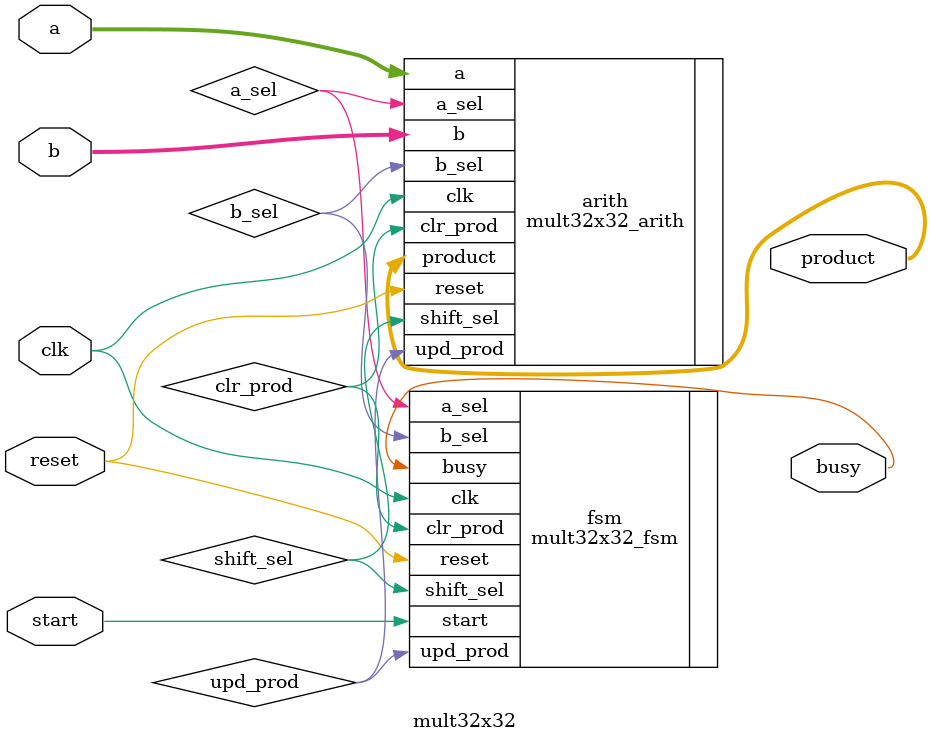
<source format=sv>
module mult32x32 (
    input logic clk,            // Clock
    input logic reset,          // Reset
    input logic start,          // Start signal
    input logic [31:0] a,       // Input a
    input logic [31:0] b,       // Input b
    output logic busy,          // Multiplier busy indication
    output logic [63:0] product // Miltiplication product
);

logic a_sel;
logic b_sel;
logic shift_sel;
logic upd_prod;
logic clr_prod;

mult32x32_arith arith(.clk(clk),
					  .reset(reset),
					  .a(a),
					  .b(b),
					  .a_sel(a_sel),
					  .b_sel(b_sel),
					  .shift_sel(shift_sel),
					  .upd_prod(upd_prod),
					  .clr_prod(clr_prod),
					  .product(product));

mult32x32_fsm fsm(.clk(clk),
				  .reset(reset),
				  .start(start),
				  .busy(busy),
				  .a_sel(a_sel),
				  .b_sel(b_sel),
				  .shift_sel(shift_sel),
				  .upd_prod(upd_prod),
				  .clr_prod(clr_prod));
 
 
endmodule

</source>
